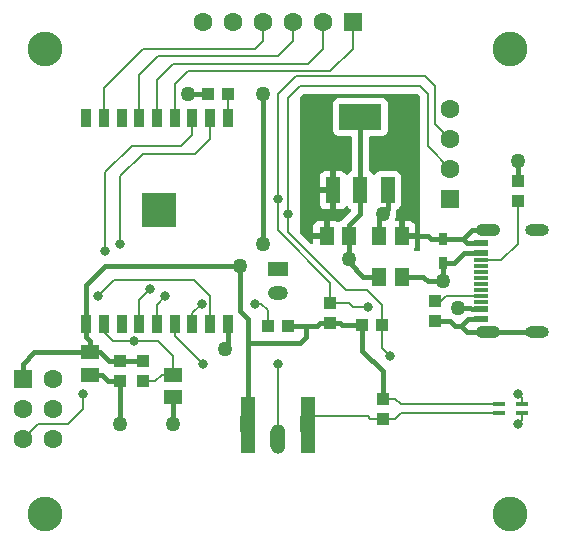
<source format=gtl>
G04 #@! TF.GenerationSoftware,KiCad,Pcbnew,6.0.7-f9a2dced07~116~ubuntu20.04.1*
G04 #@! TF.CreationDate,2022-08-17T23:21:15-04:00*
G04 #@! TF.ProjectId,mmwave,6d6d7761-7665-42e6-9b69-6361645f7063,B*
G04 #@! TF.SameCoordinates,Original*
G04 #@! TF.FileFunction,Copper,L1,Top*
G04 #@! TF.FilePolarity,Positive*
%FSLAX46Y46*%
G04 Gerber Fmt 4.6, Leading zero omitted, Abs format (unit mm)*
G04 Created by KiCad (PCBNEW 6.0.7-f9a2dced07~116~ubuntu20.04.1) date 2022-08-17 23:21:15*
%MOMM*%
%LPD*%
G01*
G04 APERTURE LIST*
G04 #@! TA.AperFunction,ComponentPad*
%ADD10R,1.600000X1.600000*%
G04 #@! TD*
G04 #@! TA.AperFunction,ComponentPad*
%ADD11C,1.600000*%
G04 #@! TD*
G04 #@! TA.AperFunction,SMDPad,CuDef*
%ADD12R,1.150000X0.300000*%
G04 #@! TD*
G04 #@! TA.AperFunction,SMDPad,CuDef*
%ADD13R,1.150000X0.600000*%
G04 #@! TD*
G04 #@! TA.AperFunction,ComponentPad*
%ADD14O,2.000000X1.000000*%
G04 #@! TD*
G04 #@! TA.AperFunction,ComponentPad*
%ADD15O,2.100000X1.050000*%
G04 #@! TD*
G04 #@! TA.AperFunction,ComponentPad*
%ADD16C,2.946400*%
G04 #@! TD*
G04 #@! TA.AperFunction,SMDPad,CuDef*
%ADD17R,1.219200X2.235200*%
G04 #@! TD*
G04 #@! TA.AperFunction,SMDPad,CuDef*
%ADD18R,3.600000X2.200000*%
G04 #@! TD*
G04 #@! TA.AperFunction,SMDPad,CuDef*
%ADD19R,1.300000X1.500000*%
G04 #@! TD*
G04 #@! TA.AperFunction,SMDPad,CuDef*
%ADD20R,1.000000X1.100000*%
G04 #@! TD*
G04 #@! TA.AperFunction,SMDPad,CuDef*
%ADD21R,1.100000X1.000000*%
G04 #@! TD*
G04 #@! TA.AperFunction,SMDPad,CuDef*
%ADD22R,1.270000X4.826000*%
G04 #@! TD*
G04 #@! TA.AperFunction,SMDPad,CuDef*
%ADD23R,1.500000X1.300000*%
G04 #@! TD*
G04 #@! TA.AperFunction,SMDPad,CuDef*
%ADD24R,0.900000X1.500000*%
G04 #@! TD*
G04 #@! TA.AperFunction,HeatsinkPad*
%ADD25R,2.900000X2.900000*%
G04 #@! TD*
G04 #@! TA.AperFunction,SMDPad,CuDef*
%ADD26R,0.800000X1.100000*%
G04 #@! TD*
G04 #@! TA.AperFunction,SMDPad,CuDef*
%ADD27R,1.000000X0.300000*%
G04 #@! TD*
G04 #@! TA.AperFunction,ComponentPad*
%ADD28O,1.270000X2.540000*%
G04 #@! TD*
G04 #@! TA.AperFunction,ComponentPad*
%ADD29R,1.700000X1.200000*%
G04 #@! TD*
G04 #@! TA.AperFunction,ComponentPad*
%ADD30O,1.700000X1.200000*%
G04 #@! TD*
G04 #@! TA.AperFunction,ViaPad*
%ADD31C,1.270000*%
G04 #@! TD*
G04 #@! TA.AperFunction,ViaPad*
%ADD32C,0.812800*%
G04 #@! TD*
G04 #@! TA.AperFunction,Conductor*
%ADD33C,0.406400*%
G04 #@! TD*
G04 #@! TA.AperFunction,Conductor*
%ADD34C,0.203200*%
G04 #@! TD*
G04 APERTURE END LIST*
D10*
X113030000Y-81915000D03*
D11*
X115570000Y-81915000D03*
X113030000Y-84455000D03*
X115570000Y-84455000D03*
X113030000Y-86995000D03*
X115570000Y-86995000D03*
D12*
X151824997Y-74910000D03*
X151824997Y-73910000D03*
X151824997Y-73410000D03*
X151824997Y-72410000D03*
X151824997Y-71910000D03*
X151824997Y-72910000D03*
X151824997Y-74410000D03*
X151824997Y-75410000D03*
D13*
X151824997Y-76860000D03*
X151824997Y-70460000D03*
D14*
X156579997Y-69340000D03*
X156579997Y-77980000D03*
D15*
X152399997Y-69340000D03*
X152399997Y-77980000D03*
D13*
X151824997Y-76060000D03*
X151824997Y-71260000D03*
D16*
X154305000Y-93345000D03*
D17*
X139293600Y-65963800D03*
X141605000Y-65963800D03*
D18*
X141605000Y-59766000D03*
D17*
X143916400Y-65963800D03*
D19*
X145095000Y-73279000D03*
X143195000Y-73279000D03*
D16*
X114935000Y-53975000D03*
D20*
X121285000Y-82130000D03*
X121285000Y-80430000D03*
D21*
X133770000Y-77470000D03*
X135470000Y-77470000D03*
D16*
X114935000Y-93345000D03*
D22*
X132080000Y-85852000D03*
X137160000Y-85852000D03*
D23*
X118745000Y-81595000D03*
X118745000Y-79695000D03*
D20*
X123190000Y-82130000D03*
X123190000Y-80430000D03*
D23*
X125730000Y-83500000D03*
X125730000Y-81600000D03*
D21*
X128690000Y-57785000D03*
X130390000Y-57785000D03*
D24*
X118385000Y-77330000D03*
X119885000Y-77330000D03*
X121385000Y-77330000D03*
X122885000Y-77330000D03*
X124385000Y-77330000D03*
X125885000Y-77330000D03*
X127385000Y-77330000D03*
X128885000Y-77330000D03*
X130385000Y-77330000D03*
X130385000Y-59830000D03*
X128885000Y-59830000D03*
X127385000Y-59830000D03*
X125885000Y-59830000D03*
X124385000Y-59830000D03*
X122885000Y-59830000D03*
X121385000Y-59830000D03*
X119885000Y-59830000D03*
X118385000Y-59830000D03*
D25*
X124585000Y-67620000D03*
D20*
X154940000Y-65190000D03*
X154940000Y-66890000D03*
D16*
X154305000Y-53975000D03*
D26*
X148590000Y-70120000D03*
X148590000Y-72120000D03*
D27*
X155255000Y-84855000D03*
X155255000Y-84055000D03*
X153355000Y-84055000D03*
X153355000Y-84855000D03*
D21*
X143471000Y-77343000D03*
X141771000Y-77343000D03*
D19*
X145095000Y-69850000D03*
X143195000Y-69850000D03*
D10*
X149225000Y-66675000D03*
D11*
X149225000Y-64135000D03*
X149225000Y-61595000D03*
X149225000Y-59055000D03*
D19*
X138750000Y-69850000D03*
X140650000Y-69850000D03*
D20*
X143510000Y-85305000D03*
X143510000Y-83605000D03*
X139065000Y-75477000D03*
X139065000Y-77177000D03*
X147955000Y-77050000D03*
X147955000Y-75350000D03*
D28*
X132080000Y-85725000D03*
X134620000Y-86995000D03*
X137160000Y-85725000D03*
D10*
X140970000Y-51752500D03*
D11*
X138430000Y-51752500D03*
X135890000Y-51752500D03*
X133350000Y-51752500D03*
X130810000Y-51752500D03*
X128270000Y-51752500D03*
D29*
X134620000Y-72660000D03*
D30*
X134620000Y-74660000D03*
D31*
X146050000Y-64135000D03*
X146050000Y-60325000D03*
X130175000Y-79375000D03*
X121285000Y-85725000D03*
X127000000Y-57785000D03*
X137160000Y-60325000D03*
X137160000Y-64135000D03*
X125730000Y-85725000D03*
X154940000Y-63500000D03*
D32*
X122479300Y-78740000D03*
D31*
X143510000Y-67945000D03*
X131445000Y-72390000D03*
D32*
X120015000Y-71120000D03*
X121285000Y-70485000D03*
X118110000Y-83185000D03*
X119380000Y-74930000D03*
X128270000Y-80645000D03*
X134620000Y-80645000D03*
X132715000Y-75565000D03*
X128174300Y-75565000D03*
X134620000Y-66675000D03*
X142240000Y-75819000D03*
X154940000Y-85725000D03*
X123825000Y-74295000D03*
X135509000Y-67945000D03*
X144145000Y-80010000D03*
X125095000Y-74930000D03*
X154940000Y-83185000D03*
D31*
X140650000Y-71755000D03*
X133350000Y-70485000D03*
X133350000Y-57785000D03*
X149860000Y-75900100D03*
X148590000Y-73660000D03*
D33*
X149645000Y-77470000D02*
X150135000Y-77470000D01*
X150645000Y-77980000D02*
X150135000Y-77470000D01*
D34*
X142455000Y-85305000D02*
X142240000Y-85090000D01*
D33*
X130385000Y-79165000D02*
X130385000Y-77330000D01*
X148590000Y-70120000D02*
X147590000Y-70120000D01*
X149225000Y-77050000D02*
X149645000Y-77470000D01*
D34*
X142455000Y-85305000D02*
X143510000Y-85305000D01*
D33*
X154940000Y-65190000D02*
X154940000Y-63500000D01*
X151825000Y-76860000D02*
X150745000Y-76860000D01*
X121285000Y-82130000D02*
X120230000Y-82130000D01*
X119695000Y-81595000D02*
X118745000Y-81595000D01*
X152399997Y-77980000D02*
X150645000Y-77980000D01*
X151824997Y-70460000D02*
X150652500Y-70460000D01*
D34*
X144565000Y-85305000D02*
X143510000Y-85305000D01*
D33*
X147590000Y-70120000D02*
X147320000Y-69850000D01*
D34*
X153355000Y-84855000D02*
X145015000Y-84855000D01*
D33*
X156579997Y-77980000D02*
X152399997Y-77980000D01*
D34*
X145015000Y-84855000D02*
X144565000Y-85305000D01*
D33*
X128690000Y-57785000D02*
X127000000Y-57785000D01*
D34*
X142240000Y-85090000D02*
X137160000Y-85090000D01*
D33*
X150745000Y-76860000D02*
X150135000Y-77470000D01*
X150312500Y-70120000D02*
X148590000Y-70120000D01*
X125730000Y-83500000D02*
X125730000Y-85725000D01*
X150652500Y-70460000D02*
X150312500Y-70120000D01*
X130175000Y-79375000D02*
X130385000Y-79165000D01*
X152399997Y-69340000D02*
X151092500Y-69340000D01*
X147955000Y-77050000D02*
X149225000Y-77050000D01*
X147320000Y-69850000D02*
X145095000Y-69850000D01*
X120230000Y-82130000D02*
X119695000Y-81595000D01*
X121285000Y-82130000D02*
X121285000Y-85725000D01*
X151092500Y-69340000D02*
X150312500Y-70120000D01*
D34*
X125730000Y-80010000D02*
X124460000Y-78740000D01*
X119885000Y-77975000D02*
X119885000Y-77330000D01*
X124775000Y-81600000D02*
X125730000Y-81600000D01*
X123190000Y-82130000D02*
X124245000Y-82130000D01*
X125730000Y-81600000D02*
X125730000Y-80010000D01*
X124460000Y-78740000D02*
X120650000Y-78740000D01*
X124245000Y-82130000D02*
X124775000Y-81600000D01*
X120650000Y-78740000D02*
X119885000Y-77975000D01*
D33*
X132080000Y-78740000D02*
X132207000Y-78867000D01*
X137033000Y-78359000D02*
X136525000Y-78867000D01*
X137033000Y-78359000D02*
X137033000Y-77470000D01*
X132080000Y-76835000D02*
X131445000Y-76200000D01*
X118385000Y-74020000D02*
X118385000Y-77330000D01*
X139065000Y-77177000D02*
X138215000Y-77177000D01*
X143916400Y-65963800D02*
X143916400Y-67538600D01*
X118385000Y-78380000D02*
X118745000Y-78740000D01*
D34*
X153355000Y-84055000D02*
X145015000Y-84055000D01*
D33*
X118745000Y-79695000D02*
X113980000Y-79695000D01*
X139915000Y-77177000D02*
X140081000Y-77343000D01*
X123190000Y-80430000D02*
X121285000Y-80430000D01*
X113030000Y-80645000D02*
X113030000Y-81915000D01*
X141771000Y-79541000D02*
X143510000Y-81280000D01*
X119597500Y-79695000D02*
X118745000Y-79695000D01*
D34*
X145015000Y-84055000D02*
X144565000Y-83605000D01*
D33*
X120015000Y-72390000D02*
X118385000Y-74020000D01*
D34*
X144565000Y-83605000D02*
X143510000Y-83605000D01*
D33*
X121285000Y-80430000D02*
X120332500Y-80430000D01*
X118385000Y-77330000D02*
X118385000Y-78380000D01*
X118745000Y-78740000D02*
X118745000Y-79695000D01*
X132080000Y-85090000D02*
X132080000Y-78740000D01*
X143195000Y-69850000D02*
X143195000Y-68260000D01*
X140081000Y-77343000D02*
X141771000Y-77343000D01*
X132080000Y-78740000D02*
X132080000Y-76835000D01*
X132207000Y-78867000D02*
X136525000Y-78867000D01*
X143195000Y-68260000D02*
X143510000Y-67945000D01*
X137922000Y-77470000D02*
X137033000Y-77470000D01*
X138215000Y-77177000D02*
X137922000Y-77470000D01*
X143510000Y-81280000D02*
X143510000Y-83605000D01*
X137033000Y-77470000D02*
X135470000Y-77470000D01*
X139065000Y-77177000D02*
X139915000Y-77177000D01*
X131445000Y-76200000D02*
X131445000Y-72390000D01*
X120332500Y-80430000D02*
X119597500Y-79695000D01*
X131445000Y-72390000D02*
X120015000Y-72390000D01*
X143916400Y-67538600D02*
X143510000Y-67945000D01*
X113980000Y-79695000D02*
X113030000Y-80645000D01*
X141771000Y-77343000D02*
X141771000Y-79541000D01*
D34*
X122237500Y-62230000D02*
X126460000Y-62230000D01*
X127385000Y-61305000D02*
X127385000Y-59830000D01*
X120015000Y-64452500D02*
X122237500Y-62230000D01*
X120015000Y-71120000D02*
X120015000Y-64452500D01*
X126460000Y-62230000D02*
X127385000Y-61305000D01*
X127635000Y-62865000D02*
X128885000Y-61615000D01*
X118110000Y-84455000D02*
X116840000Y-85725000D01*
X123190000Y-62865000D02*
X127635000Y-62865000D01*
X118110000Y-83185000D02*
X118110000Y-84455000D01*
X121285000Y-64770000D02*
X123190000Y-62865000D01*
X128885000Y-61615000D02*
X128885000Y-59830000D01*
X114300000Y-85725000D02*
X113030000Y-86995000D01*
X121285000Y-70485000D02*
X121285000Y-64770000D01*
X116840000Y-85725000D02*
X114300000Y-85725000D01*
X120726200Y-73583800D02*
X127558800Y-73583800D01*
X128885000Y-74910000D02*
X128885000Y-77330000D01*
X119380000Y-74930000D02*
X120726200Y-73583800D01*
X127558800Y-73583800D02*
X128885000Y-74910000D01*
X125885000Y-78267300D02*
X125885000Y-77330000D01*
X134620000Y-80645000D02*
X134620000Y-87630000D01*
X128262700Y-80645000D02*
X125885000Y-78267300D01*
X128270000Y-80645000D02*
X128262700Y-80645000D01*
X139065000Y-55880000D02*
X140970000Y-53975000D01*
X125885000Y-56995000D02*
X127000000Y-55880000D01*
X125885000Y-59830000D02*
X125885000Y-56995000D01*
X140970000Y-53975000D02*
X140970000Y-51752500D01*
X127000000Y-55880000D02*
X139065000Y-55880000D01*
X125730000Y-55245000D02*
X137160000Y-55245000D01*
X138430000Y-53975000D02*
X138430000Y-51752500D01*
X124385000Y-56590000D02*
X125730000Y-55245000D01*
X137160000Y-55245000D02*
X138430000Y-53975000D01*
X124385000Y-59830000D02*
X124385000Y-56590000D01*
X133350000Y-53340000D02*
X133350000Y-51752500D01*
X132715000Y-53975000D02*
X133350000Y-53340000D01*
X119885000Y-59830000D02*
X119885000Y-57280000D01*
X119885000Y-57280000D02*
X123190000Y-53975000D01*
X123190000Y-53975000D02*
X132715000Y-53975000D01*
X151825000Y-74910000D02*
X148885000Y-74910000D01*
X148445000Y-75350000D02*
X148865000Y-74930000D01*
X147955000Y-75350000D02*
X148445000Y-75350000D01*
X153515000Y-71910000D02*
X154940000Y-70485000D01*
X151825000Y-71910000D02*
X153515000Y-71910000D01*
X154940000Y-70485000D02*
X154940000Y-66890000D01*
X133223000Y-75565000D02*
X133770000Y-76112000D01*
X127385000Y-76354300D02*
X127385000Y-77330000D01*
X133770000Y-76112000D02*
X133770000Y-77470000D01*
X128174300Y-75565000D02*
X127385000Y-76354300D01*
X132715000Y-75565000D02*
X133223000Y-75565000D01*
X130385000Y-59830000D02*
X130385000Y-57790000D01*
X130385000Y-57790000D02*
X130390000Y-57785000D01*
X122885000Y-75235000D02*
X122885000Y-77330000D01*
X140628000Y-75477000D02*
X139065000Y-75477000D01*
X139065000Y-75477000D02*
X139065000Y-73787000D01*
X134620000Y-57785000D02*
X136118600Y-56286400D01*
X134620000Y-69342000D02*
X134620000Y-57785000D01*
X155255000Y-84855000D02*
X155255000Y-85410000D01*
X147955000Y-57150000D02*
X147955000Y-60325000D01*
X147955000Y-60325000D02*
X149225000Y-61595000D01*
X136118600Y-56286400D02*
X147091400Y-56286400D01*
X140970000Y-75819000D02*
X142240000Y-75819000D01*
X140970000Y-75819000D02*
X140628000Y-75477000D01*
X139065000Y-73787000D02*
X134620000Y-69342000D01*
X155255000Y-85410000D02*
X154940000Y-85725000D01*
X147091400Y-56286400D02*
X147955000Y-57150000D01*
X123825000Y-74295000D02*
X122885000Y-75235000D01*
X135509000Y-69469000D02*
X135509000Y-58166000D01*
X155255000Y-84055000D02*
X155255000Y-83500000D01*
X147320000Y-62230000D02*
X149225000Y-64135000D01*
X147320000Y-57785000D02*
X147320000Y-62230000D01*
X124385000Y-75640000D02*
X124385000Y-77330000D01*
X143471000Y-77343000D02*
X143471000Y-75653000D01*
X144145000Y-80010000D02*
X143471000Y-79336000D01*
X140424600Y-74384600D02*
X135509000Y-69469000D01*
X142202600Y-74384600D02*
X140424600Y-74384600D01*
X143471000Y-75653000D02*
X142202600Y-74384600D01*
X146685000Y-57150000D02*
X147320000Y-57785000D01*
X136525000Y-57150000D02*
X146685000Y-57150000D01*
X135509000Y-58166000D02*
X136525000Y-57150000D01*
X155255000Y-83500000D02*
X154940000Y-83185000D01*
X143471000Y-79336000D02*
X143471000Y-77343000D01*
X125095000Y-74930000D02*
X124385000Y-75640000D01*
X134620000Y-54610000D02*
X135890000Y-53340000D01*
X122885000Y-56185000D02*
X124460000Y-54610000D01*
X124460000Y-54610000D02*
X134620000Y-54610000D01*
X122885000Y-59830000D02*
X122885000Y-56185000D01*
X135890000Y-53340000D02*
X135890000Y-51752500D01*
D33*
X141605000Y-65963800D02*
X141605000Y-59766000D01*
X140650000Y-71755000D02*
X140650000Y-69850000D01*
X141605000Y-67945000D02*
X141605000Y-65963800D01*
X140650000Y-69850000D02*
X140650000Y-68900000D01*
X141859000Y-73279000D02*
X143195000Y-73279000D01*
X140650000Y-72070000D02*
X141859000Y-73279000D01*
X140650000Y-71755000D02*
X140650000Y-72070000D01*
X133350000Y-57785000D02*
X133350000Y-70485000D01*
X140650000Y-68900000D02*
X141605000Y-67945000D01*
X149860000Y-75900100D02*
X150856297Y-75900100D01*
X148590000Y-72120000D02*
X148590000Y-73660000D01*
X148590000Y-73660000D02*
X147320000Y-73660000D01*
X150856297Y-75900100D02*
X151016197Y-76060000D01*
X148590000Y-72120000D02*
X149495000Y-72120000D01*
X151016197Y-76060000D02*
X151825000Y-76060000D01*
X149495000Y-72120000D02*
X150355000Y-71260000D01*
X150355000Y-71260000D02*
X151825000Y-71260000D01*
X146939000Y-73279000D02*
X145095000Y-73279000D01*
X147320000Y-73660000D02*
X146939000Y-73279000D01*
G04 #@! TA.AperFunction,Conductor*
G36*
X146473119Y-57805002D02*
G01*
X146494094Y-57821905D01*
X146648096Y-57975908D01*
X146682121Y-58038220D01*
X146685000Y-58065003D01*
X146685000Y-70994000D01*
X146664998Y-71062121D01*
X146611342Y-71108614D01*
X146559000Y-71120000D01*
X146242057Y-71120000D01*
X146173936Y-71099998D01*
X146127443Y-71046342D01*
X146117339Y-70976068D01*
X146141231Y-70918435D01*
X146189786Y-70853648D01*
X146198324Y-70838054D01*
X146243478Y-70717606D01*
X146247105Y-70702351D01*
X146252631Y-70651486D01*
X146253000Y-70644672D01*
X146253000Y-70122115D01*
X146248525Y-70106876D01*
X146247135Y-70105671D01*
X146239452Y-70104000D01*
X144967000Y-70104000D01*
X144898879Y-70083998D01*
X144852386Y-70030342D01*
X144841000Y-69978000D01*
X144841000Y-69577885D01*
X145349000Y-69577885D01*
X145353475Y-69593124D01*
X145354865Y-69594329D01*
X145362548Y-69596000D01*
X146234884Y-69596000D01*
X146250123Y-69591525D01*
X146251328Y-69590135D01*
X146252999Y-69582452D01*
X146252999Y-69055331D01*
X146252629Y-69048510D01*
X146247105Y-68997648D01*
X146243479Y-68982396D01*
X146198324Y-68861946D01*
X146189786Y-68846351D01*
X146113285Y-68744276D01*
X146100724Y-68731715D01*
X145998649Y-68655214D01*
X145983054Y-68646676D01*
X145862606Y-68601522D01*
X145847351Y-68597895D01*
X145796486Y-68592369D01*
X145789672Y-68592000D01*
X145367115Y-68592000D01*
X145351876Y-68596475D01*
X145350671Y-68597865D01*
X145349000Y-68605548D01*
X145349000Y-69577885D01*
X144841000Y-69577885D01*
X144841000Y-68610116D01*
X144836525Y-68594877D01*
X144835135Y-68593672D01*
X144827452Y-68592001D01*
X144672460Y-68592001D01*
X144604339Y-68571999D01*
X144557846Y-68518343D01*
X144547742Y-68448069D01*
X144557063Y-68415761D01*
X144559115Y-68412096D01*
X144560971Y-68406629D01*
X144560973Y-68406624D01*
X144624813Y-68218557D01*
X144624814Y-68218552D01*
X144626669Y-68213088D01*
X144656825Y-68005103D01*
X144658399Y-67945000D01*
X144639169Y-67735721D01*
X144637603Y-67730170D01*
X144637602Y-67730162D01*
X144631430Y-67708278D01*
X144632192Y-67637285D01*
X144671214Y-67577974D01*
X144708470Y-67556096D01*
X144764297Y-67535167D01*
X144772705Y-67532015D01*
X144889261Y-67444661D01*
X144976615Y-67328105D01*
X145027745Y-67191716D01*
X145034500Y-67129534D01*
X145034500Y-64798066D01*
X145027745Y-64735884D01*
X144976615Y-64599495D01*
X144889261Y-64482939D01*
X144772705Y-64395585D01*
X144636316Y-64344455D01*
X144574134Y-64337700D01*
X143258666Y-64337700D01*
X143196484Y-64344455D01*
X143060095Y-64395585D01*
X142943539Y-64482939D01*
X142938158Y-64490119D01*
X142861526Y-64592369D01*
X142804667Y-64634884D01*
X142733849Y-64639910D01*
X142671555Y-64605850D01*
X142659874Y-64592369D01*
X142583242Y-64490119D01*
X142577861Y-64482939D01*
X142461305Y-64395585D01*
X142447364Y-64390359D01*
X142398470Y-64372029D01*
X142341706Y-64329387D01*
X142317006Y-64262826D01*
X142316700Y-64254047D01*
X142316700Y-61500500D01*
X142336702Y-61432379D01*
X142390358Y-61385886D01*
X142442700Y-61374500D01*
X143453134Y-61374500D01*
X143515316Y-61367745D01*
X143651705Y-61316615D01*
X143768261Y-61229261D01*
X143855615Y-61112705D01*
X143906745Y-60976316D01*
X143913500Y-60914134D01*
X143913500Y-58617866D01*
X143906745Y-58555684D01*
X143855615Y-58419295D01*
X143768261Y-58302739D01*
X143651705Y-58215385D01*
X143515316Y-58164255D01*
X143453134Y-58157500D01*
X139756866Y-58157500D01*
X139694684Y-58164255D01*
X139558295Y-58215385D01*
X139441739Y-58302739D01*
X139354385Y-58419295D01*
X139303255Y-58555684D01*
X139296500Y-58617866D01*
X139296500Y-60914134D01*
X139303255Y-60976316D01*
X139354385Y-61112705D01*
X139441739Y-61229261D01*
X139558295Y-61316615D01*
X139694684Y-61367745D01*
X139756866Y-61374500D01*
X140767300Y-61374500D01*
X140835421Y-61394502D01*
X140881914Y-61448158D01*
X140893300Y-61500500D01*
X140893300Y-64254047D01*
X140873298Y-64322168D01*
X140819642Y-64368661D01*
X140811530Y-64372029D01*
X140762636Y-64390359D01*
X140748695Y-64395585D01*
X140632139Y-64482939D01*
X140626758Y-64490119D01*
X140626757Y-64490120D01*
X140549813Y-64592786D01*
X140492954Y-64635301D01*
X140422135Y-64640327D01*
X140359842Y-64606267D01*
X140348160Y-64592785D01*
X140271484Y-64490475D01*
X140258924Y-64477915D01*
X140156849Y-64401414D01*
X140141254Y-64392876D01*
X140020806Y-64347722D01*
X140005551Y-64344095D01*
X139954686Y-64338569D01*
X139947872Y-64338200D01*
X139565715Y-64338200D01*
X139550476Y-64342675D01*
X139549271Y-64344065D01*
X139547600Y-64351748D01*
X139547600Y-67571284D01*
X139552075Y-67586523D01*
X139553465Y-67587728D01*
X139561148Y-67589399D01*
X139947869Y-67589399D01*
X139954690Y-67589029D01*
X140005552Y-67583505D01*
X140020804Y-67579879D01*
X140141254Y-67534724D01*
X140156849Y-67526186D01*
X140258924Y-67449685D01*
X140271484Y-67437125D01*
X140348160Y-67334815D01*
X140405019Y-67292299D01*
X140475838Y-67287273D01*
X140538131Y-67321332D01*
X140549813Y-67334814D01*
X140570650Y-67362616D01*
X140632139Y-67444661D01*
X140748695Y-67532015D01*
X140757103Y-67535167D01*
X140764975Y-67539477D01*
X140764278Y-67540751D01*
X140813352Y-67577616D01*
X140838052Y-67644178D01*
X140822844Y-67713526D01*
X140801453Y-67742051D01*
X140167277Y-68376227D01*
X140161011Y-68382080D01*
X140126603Y-68412096D01*
X140117219Y-68420282D01*
X140112853Y-68426495D01*
X140080309Y-68472801D01*
X140076375Y-68478098D01*
X140041456Y-68522632D01*
X140041454Y-68522636D01*
X140036767Y-68528613D01*
X140034627Y-68533352D01*
X139982986Y-68580570D01*
X139941213Y-68592657D01*
X139921111Y-68594841D01*
X139889684Y-68598255D01*
X139870230Y-68605548D01*
X139761699Y-68646234D01*
X139761696Y-68646236D01*
X139753295Y-68649385D01*
X139753036Y-68648693D01*
X139690626Y-68662343D01*
X139646615Y-68649420D01*
X139646462Y-68649828D01*
X139640888Y-68647738D01*
X139638966Y-68647174D01*
X139638061Y-68646679D01*
X139517606Y-68601522D01*
X139502351Y-68597895D01*
X139451486Y-68592369D01*
X139444672Y-68592000D01*
X139022115Y-68592000D01*
X139006876Y-68596475D01*
X139005671Y-68597865D01*
X139004000Y-68605548D01*
X139004000Y-69978000D01*
X138983998Y-70046121D01*
X138930342Y-70092614D01*
X138878000Y-70104000D01*
X137610116Y-70104000D01*
X137594877Y-70108475D01*
X137593672Y-70109865D01*
X137592001Y-70117548D01*
X137592001Y-70384999D01*
X137571999Y-70453120D01*
X137518343Y-70499613D01*
X137448069Y-70509717D01*
X137383489Y-70480223D01*
X137376906Y-70474094D01*
X136561905Y-69659093D01*
X136527879Y-69596781D01*
X136525848Y-69577885D01*
X137592000Y-69577885D01*
X137596475Y-69593124D01*
X137597865Y-69594329D01*
X137605548Y-69596000D01*
X138477885Y-69596000D01*
X138493124Y-69591525D01*
X138494329Y-69590135D01*
X138496000Y-69582452D01*
X138496000Y-68610116D01*
X138491525Y-68594877D01*
X138490135Y-68593672D01*
X138482452Y-68592001D01*
X138055331Y-68592001D01*
X138048510Y-68592371D01*
X137997648Y-68597895D01*
X137982396Y-68601521D01*
X137861946Y-68646676D01*
X137846351Y-68655214D01*
X137744276Y-68731715D01*
X137731715Y-68744276D01*
X137655214Y-68846351D01*
X137646676Y-68861946D01*
X137601522Y-68982394D01*
X137597895Y-68997649D01*
X137592369Y-69048514D01*
X137592000Y-69055328D01*
X137592000Y-69577885D01*
X136525848Y-69577885D01*
X136525000Y-69569998D01*
X136525000Y-67126069D01*
X138176001Y-67126069D01*
X138176371Y-67132890D01*
X138181895Y-67183752D01*
X138185521Y-67199004D01*
X138230676Y-67319454D01*
X138239214Y-67335049D01*
X138315715Y-67437124D01*
X138328276Y-67449685D01*
X138430351Y-67526186D01*
X138445946Y-67534724D01*
X138566394Y-67579878D01*
X138581649Y-67583505D01*
X138632514Y-67589031D01*
X138639328Y-67589400D01*
X139021485Y-67589400D01*
X139036724Y-67584925D01*
X139037929Y-67583535D01*
X139039600Y-67575852D01*
X139039600Y-66235915D01*
X139035125Y-66220676D01*
X139033735Y-66219471D01*
X139026052Y-66217800D01*
X138194116Y-66217800D01*
X138178877Y-66222275D01*
X138177672Y-66223665D01*
X138176001Y-66231348D01*
X138176001Y-67126069D01*
X136525000Y-67126069D01*
X136525000Y-65691685D01*
X138176000Y-65691685D01*
X138180475Y-65706924D01*
X138181865Y-65708129D01*
X138189548Y-65709800D01*
X139021485Y-65709800D01*
X139036724Y-65705325D01*
X139037929Y-65703935D01*
X139039600Y-65696252D01*
X139039600Y-64356316D01*
X139035125Y-64341077D01*
X139033735Y-64339872D01*
X139026052Y-64338201D01*
X138639331Y-64338201D01*
X138632510Y-64338571D01*
X138581648Y-64344095D01*
X138566396Y-64347721D01*
X138445946Y-64392876D01*
X138430351Y-64401414D01*
X138328276Y-64477915D01*
X138315715Y-64490476D01*
X138239214Y-64592551D01*
X138230676Y-64608146D01*
X138185522Y-64728594D01*
X138181895Y-64743849D01*
X138176369Y-64794714D01*
X138176000Y-64801528D01*
X138176000Y-65691685D01*
X136525000Y-65691685D01*
X136525000Y-58065002D01*
X136545002Y-57996881D01*
X136561905Y-57975907D01*
X136715907Y-57821905D01*
X136778219Y-57787879D01*
X136805002Y-57785000D01*
X146404998Y-57785000D01*
X146473119Y-57805002D01*
G37*
G04 #@! TD.AperFunction*
M02*

</source>
